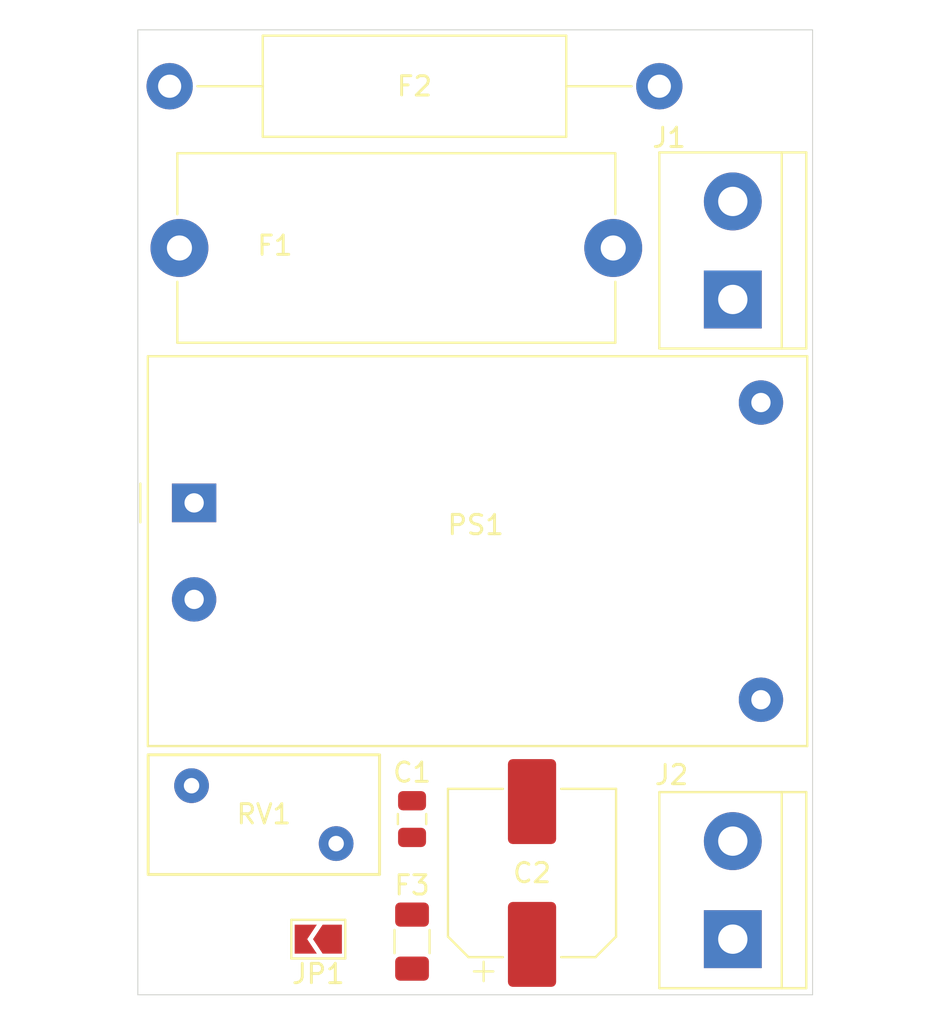
<source format=kicad_pcb>
(kicad_pcb (version 20171130) (host pcbnew 5.1.12-84ad8e8a86~92~ubuntu20.04.1)

  (general
    (thickness 1.6)
    (drawings 4)
    (tracks 0)
    (zones 0)
    (modules 12)
    (nets 8)
  )

  (page A4)
  (layers
    (0 F.Cu signal)
    (31 B.Cu signal)
    (32 B.Adhes user)
    (33 F.Adhes user)
    (34 B.Paste user)
    (35 F.Paste user)
    (36 B.SilkS user)
    (37 F.SilkS user)
    (38 B.Mask user)
    (39 F.Mask user)
    (40 Dwgs.User user)
    (41 Cmts.User user)
    (42 Eco1.User user)
    (43 Eco2.User user)
    (44 Edge.Cuts user)
    (45 Margin user)
    (46 B.CrtYd user)
    (47 F.CrtYd user)
    (48 B.Fab user)
    (49 F.Fab user)
  )

  (setup
    (last_trace_width 0.25)
    (trace_clearance 0.2)
    (zone_clearance 0.508)
    (zone_45_only no)
    (trace_min 0.2)
    (via_size 0.8)
    (via_drill 0.4)
    (via_min_size 0.4)
    (via_min_drill 0.3)
    (uvia_size 0.3)
    (uvia_drill 0.1)
    (uvias_allowed no)
    (uvia_min_size 0.2)
    (uvia_min_drill 0.1)
    (edge_width 0.05)
    (segment_width 0.2)
    (pcb_text_width 0.3)
    (pcb_text_size 1.5 1.5)
    (mod_edge_width 0.12)
    (mod_text_size 1 1)
    (mod_text_width 0.15)
    (pad_size 1.524 1.524)
    (pad_drill 0.762)
    (pad_to_mask_clearance 0)
    (aux_axis_origin 0 0)
    (visible_elements FFFFFF7F)
    (pcbplotparams
      (layerselection 0x010fc_ffffffff)
      (usegerberextensions false)
      (usegerberattributes true)
      (usegerberadvancedattributes true)
      (creategerberjobfile true)
      (excludeedgelayer true)
      (linewidth 0.100000)
      (plotframeref false)
      (viasonmask false)
      (mode 1)
      (useauxorigin false)
      (hpglpennumber 1)
      (hpglpenspeed 20)
      (hpglpendiameter 15.000000)
      (psnegative false)
      (psa4output false)
      (plotreference true)
      (plotvalue true)
      (plotinvisibletext false)
      (padsonsilk false)
      (subtractmaskfromsilk false)
      (outputformat 1)
      (mirror false)
      (drillshape 1)
      (scaleselection 1)
      (outputdirectory ""))
  )

  (net 0 "")
  (net 1 "Net-(C1-Pad2)")
  (net 2 "Net-(C1-Pad1)")
  (net 3 "Net-(F1-Pad2)")
  (net 4 "Net-(F1-Pad1)")
  (net 5 "Net-(J1-Pad1)")
  (net 6 "Net-(F2-Pad1)")
  (net 7 "Net-(F3-Pad2)")

  (net_class Default "This is the default net class."
    (clearance 0.2)
    (trace_width 0.25)
    (via_dia 0.8)
    (via_drill 0.4)
    (uvia_dia 0.3)
    (uvia_drill 0.1)
    (add_net "Net-(C1-Pad1)")
    (add_net "Net-(C1-Pad2)")
    (add_net "Net-(F1-Pad1)")
    (add_net "Net-(F1-Pad2)")
    (add_net "Net-(F2-Pad1)")
    (add_net "Net-(F3-Pad2)")
    (add_net "Net-(J1-Pad1)")
  )

  (module Jumper:SolderJumper-2_P1.3mm_Open_TrianglePad1.0x1.5mm (layer F.Cu) (tedit 5A64794F) (tstamp 61D84140)
    (at 85.688 97.79 180)
    (descr "SMD Solder Jumper, 1x1.5mm Triangular Pads, 0.3mm gap, open")
    (tags "solder jumper open")
    (path /61DC0416)
    (attr virtual)
    (fp_text reference JP1 (at 0 -1.8) (layer F.SilkS)
      (effects (font (size 1 1) (thickness 0.15)))
    )
    (fp_text value "Fuse Bypass" (at 0 1.9) (layer F.Fab)
      (effects (font (size 1 1) (thickness 0.15)))
    )
    (fp_line (start 1.65 1.25) (end -1.65 1.25) (layer F.CrtYd) (width 0.05))
    (fp_line (start 1.65 1.25) (end 1.65 -1.25) (layer F.CrtYd) (width 0.05))
    (fp_line (start -1.65 -1.25) (end -1.65 1.25) (layer F.CrtYd) (width 0.05))
    (fp_line (start -1.65 -1.25) (end 1.65 -1.25) (layer F.CrtYd) (width 0.05))
    (fp_line (start -1.4 -1) (end 1.4 -1) (layer F.SilkS) (width 0.12))
    (fp_line (start 1.4 -1) (end 1.4 1) (layer F.SilkS) (width 0.12))
    (fp_line (start 1.4 1) (end -1.4 1) (layer F.SilkS) (width 0.12))
    (fp_line (start -1.4 1) (end -1.4 -1) (layer F.SilkS) (width 0.12))
    (pad 1 smd custom (at -0.725 0 180) (size 0.3 0.3) (layers F.Cu F.Mask)
      (net 7 "Net-(F3-Pad2)") (zone_connect 2)
      (options (clearance outline) (anchor rect))
      (primitives
        (gr_poly (pts
           (xy -0.5 -0.75) (xy 0.5 -0.75) (xy 1 0) (xy 0.5 0.75) (xy -0.5 0.75)
) (width 0))
      ))
    (pad 2 smd custom (at 0.725 0 180) (size 0.3 0.3) (layers F.Cu F.Mask)
      (net 2 "Net-(C1-Pad1)") (zone_connect 2)
      (options (clearance outline) (anchor rect))
      (primitives
        (gr_poly (pts
           (xy -0.65 -0.75) (xy 0.5 -0.75) (xy 0.5 0.75) (xy -0.65 0.75) (xy -0.15 0)
) (width 0))
      ))
  )

  (module Fuse:Fuse_1206_3216Metric (layer F.Cu) (tedit 5F68FEF1) (tstamp 61D83D0F)
    (at 90.551 97.917 270)
    (descr "Fuse SMD 1206 (3216 Metric), square (rectangular) end terminal, IPC_7351 nominal, (Body size source: http://www.tortai-tech.com/upload/download/2011102023233369053.pdf), generated with kicad-footprint-generator")
    (tags fuse)
    (path /61DAED06)
    (attr smd)
    (fp_text reference F3 (at -2.921 0 180) (layer F.SilkS)
      (effects (font (size 1 1) (thickness 0.15)))
    )
    (fp_text value Fuse (at 0 1.82 90) (layer F.Fab)
      (effects (font (size 1 1) (thickness 0.15)))
    )
    (fp_line (start 2.28 1.12) (end -2.28 1.12) (layer F.CrtYd) (width 0.05))
    (fp_line (start 2.28 -1.12) (end 2.28 1.12) (layer F.CrtYd) (width 0.05))
    (fp_line (start -2.28 -1.12) (end 2.28 -1.12) (layer F.CrtYd) (width 0.05))
    (fp_line (start -2.28 1.12) (end -2.28 -1.12) (layer F.CrtYd) (width 0.05))
    (fp_line (start -0.602064 0.91) (end 0.602064 0.91) (layer F.SilkS) (width 0.12))
    (fp_line (start -0.602064 -0.91) (end 0.602064 -0.91) (layer F.SilkS) (width 0.12))
    (fp_line (start 1.6 0.8) (end -1.6 0.8) (layer F.Fab) (width 0.1))
    (fp_line (start 1.6 -0.8) (end 1.6 0.8) (layer F.Fab) (width 0.1))
    (fp_line (start -1.6 -0.8) (end 1.6 -0.8) (layer F.Fab) (width 0.1))
    (fp_line (start -1.6 0.8) (end -1.6 -0.8) (layer F.Fab) (width 0.1))
    (fp_text user %R (at 0 0 90) (layer F.Fab)
      (effects (font (size 0.8 0.8) (thickness 0.12)))
    )
    (pad 2 smd roundrect (at 1.4 0 270) (size 1.25 1.75) (layers F.Cu F.Paste F.Mask) (roundrect_rratio 0.2)
      (net 7 "Net-(F3-Pad2)"))
    (pad 1 smd roundrect (at -1.4 0 270) (size 1.25 1.75) (layers F.Cu F.Paste F.Mask) (roundrect_rratio 0.2)
      (net 2 "Net-(C1-Pad1)"))
    (model ${KISYS3DMOD}/Fuse.3dshapes/Fuse_1206_3216Metric.wrl
      (at (xyz 0 0 0))
      (scale (xyz 1 1 1))
      (rotate (xyz 0 0 0))
    )
  )

  (module MountingHole:MountingHole_2.7mm_M2.5 locked (layer F.Cu) (tedit 56D1B4CB) (tstamp 61D8314A)
    (at 79.375 97.663)
    (descr "Mounting Hole 2.7mm, no annular, M2.5")
    (tags "mounting hole 2.7mm no annular m2.5")
    (attr virtual)
    (fp_text reference REF** (at 0 -3.7) (layer F.SilkS) hide
      (effects (font (size 1 1) (thickness 0.15)))
    )
    (fp_text value MountingHole_2.7mm_M2.5 (at 0 3.7) (layer F.Fab)
      (effects (font (size 1 1) (thickness 0.15)))
    )
    (fp_circle (center 0 0) (end 2.95 0) (layer F.CrtYd) (width 0.05))
    (fp_circle (center 0 0) (end 2.7 0) (layer Cmts.User) (width 0.15))
    (fp_text user %R (at 0.3 0) (layer F.Fab)
      (effects (font (size 1 1) (thickness 0.15)))
    )
    (pad 1 np_thru_hole circle (at 0 0) (size 2.7 2.7) (drill 2.7) (layers *.Cu *.Mask))
  )

  (module MountingHole:MountingHole_2.7mm_M2.5 locked (layer F.Cu) (tedit 56D1B4CB) (tstamp 61D82E18)
    (at 108.331 53.721)
    (descr "Mounting Hole 2.7mm, no annular, M2.5")
    (tags "mounting hole 2.7mm no annular m2.5")
    (attr virtual)
    (fp_text reference REF** (at 0 -3.7) (layer F.SilkS) hide
      (effects (font (size 1 1) (thickness 0.15)))
    )
    (fp_text value MountingHole_2.7mm_M2.5 (at 0 3.7) (layer F.Fab)
      (effects (font (size 1 1) (thickness 0.15)))
    )
    (fp_circle (center 0 0) (end 2.95 0) (layer F.CrtYd) (width 0.05))
    (fp_circle (center 0 0) (end 2.7 0) (layer Cmts.User) (width 0.15))
    (fp_text user %R (at 0.3 0) (layer F.Fab)
      (effects (font (size 1 1) (thickness 0.15)))
    )
    (pad 1 np_thru_hole circle (at 0 0) (size 2.7 2.7) (drill 2.7) (layers *.Cu *.Mask))
  )

  (module Resistor_THT:R_Axial_DIN0516_L15.5mm_D5.0mm_P25.40mm_Horizontal (layer F.Cu) (tedit 5AE5139B) (tstamp 61D82E71)
    (at 103.378 53.594 180)
    (descr "Resistor, Axial_DIN0516 series, Axial, Horizontal, pin pitch=25.4mm, 2W, length*diameter=15.5*5mm^2, http://cdn-reichelt.de/documents/datenblatt/B400/1_4W%23YAG.pdf")
    (tags "Resistor Axial_DIN0516 series Axial Horizontal pin pitch 25.4mm 2W length 15.5mm diameter 5mm")
    (path /61D98CF7)
    (fp_text reference F2 (at 12.7 0) (layer F.SilkS)
      (effects (font (size 1 1) (thickness 0.15)))
    )
    (fp_text value "Thermal fuse 77°C" (at 12.7 3.62) (layer F.Fab)
      (effects (font (size 1 1) (thickness 0.15)))
    )
    (fp_line (start 26.85 -2.75) (end -1.45 -2.75) (layer F.CrtYd) (width 0.05))
    (fp_line (start 26.85 2.75) (end 26.85 -2.75) (layer F.CrtYd) (width 0.05))
    (fp_line (start -1.45 2.75) (end 26.85 2.75) (layer F.CrtYd) (width 0.05))
    (fp_line (start -1.45 -2.75) (end -1.45 2.75) (layer F.CrtYd) (width 0.05))
    (fp_line (start 23.96 0) (end 20.57 0) (layer F.SilkS) (width 0.12))
    (fp_line (start 1.44 0) (end 4.83 0) (layer F.SilkS) (width 0.12))
    (fp_line (start 20.57 -2.62) (end 4.83 -2.62) (layer F.SilkS) (width 0.12))
    (fp_line (start 20.57 2.62) (end 20.57 -2.62) (layer F.SilkS) (width 0.12))
    (fp_line (start 4.83 2.62) (end 20.57 2.62) (layer F.SilkS) (width 0.12))
    (fp_line (start 4.83 -2.62) (end 4.83 2.62) (layer F.SilkS) (width 0.12))
    (fp_line (start 25.4 0) (end 20.45 0) (layer F.Fab) (width 0.1))
    (fp_line (start 0 0) (end 4.95 0) (layer F.Fab) (width 0.1))
    (fp_line (start 20.45 -2.5) (end 4.95 -2.5) (layer F.Fab) (width 0.1))
    (fp_line (start 20.45 2.5) (end 20.45 -2.5) (layer F.Fab) (width 0.1))
    (fp_line (start 4.95 2.5) (end 20.45 2.5) (layer F.Fab) (width 0.1))
    (fp_line (start 4.95 -2.5) (end 4.95 2.5) (layer F.Fab) (width 0.1))
    (fp_text user %R (at 12.7 0) (layer F.Fab)
      (effects (font (size 1 1) (thickness 0.15)))
    )
    (pad 2 thru_hole oval (at 25.4 0 180) (size 2.4 2.4) (drill 1.2) (layers *.Cu *.Mask)
      (net 4 "Net-(F1-Pad1)"))
    (pad 1 thru_hole circle (at 0 0 180) (size 2.4 2.4) (drill 1.2) (layers *.Cu *.Mask)
      (net 6 "Net-(F2-Pad1)"))
    (model ${KISYS3DMOD}/Resistor_THT.3dshapes/R_Axial_DIN0516_L15.5mm_D5.0mm_P25.40mm_Horizontal.wrl
      (at (xyz 0 0 0))
      (scale (xyz 1 1 1))
      (rotate (xyz 0 0 0))
    )
  )

  (module Varistor:RV_Disc_D12mm_W6.2mm_P7.5mm (layer F.Cu) (tedit 5A0F68DF) (tstamp 61D800EF)
    (at 86.614 92.837 180)
    (descr "Varistor, diameter 12mm, width 6.2mm, pitch 7.5mm")
    (tags "varistor SIOV")
    (path /61D7A7F2)
    (fp_text reference RV1 (at 3.75 1.524) (layer F.SilkS)
      (effects (font (size 1 1) (thickness 0.15)))
    )
    (fp_text value 10D511K (at 3.75 -2.6) (layer F.Fab)
      (effects (font (size 1 1) (thickness 0.15)))
    )
    (fp_line (start -2.5 4.85) (end 10 4.85) (layer F.CrtYd) (width 0.05))
    (fp_line (start -2.5 -1.85) (end 10 -1.85) (layer F.CrtYd) (width 0.05))
    (fp_line (start 10 -1.85) (end 10 4.85) (layer F.CrtYd) (width 0.05))
    (fp_line (start -2.5 -1.85) (end -2.5 4.85) (layer F.CrtYd) (width 0.05))
    (fp_line (start -2.25 4.6) (end 9.75 4.6) (layer F.SilkS) (width 0.15))
    (fp_line (start -2.25 -1.6) (end 9.75 -1.6) (layer F.SilkS) (width 0.15))
    (fp_line (start 9.75 -1.6) (end 9.75 4.6) (layer F.SilkS) (width 0.15))
    (fp_line (start -2.25 -1.6) (end -2.25 4.6) (layer F.SilkS) (width 0.15))
    (fp_line (start -2.25 4.6) (end 9.75 4.6) (layer F.Fab) (width 0.1))
    (fp_line (start -2.25 -1.6) (end 9.75 -1.6) (layer F.Fab) (width 0.1))
    (fp_line (start 9.75 -1.6) (end 9.75 4.6) (layer F.Fab) (width 0.1))
    (fp_line (start -2.25 -1.6) (end -2.25 4.6) (layer F.Fab) (width 0.1))
    (fp_text user %R (at 3.75 1.5) (layer F.Fab)
      (effects (font (size 1 1) (thickness 0.15)))
    )
    (pad 2 thru_hole circle (at 7.5 3 180) (size 1.8 1.8) (drill 0.8) (layers *.Cu *.Mask)
      (net 5 "Net-(J1-Pad1)"))
    (pad 1 thru_hole circle (at 0 0 180) (size 1.8 1.8) (drill 0.8) (layers *.Cu *.Mask)
      (net 6 "Net-(F2-Pad1)"))
    (model ${KISYS3DMOD}/Varistor.3dshapes/RV_Disc_D12mm_W6.2mm_P7.5mm.wrl
      (at (xyz 0 0 0))
      (scale (xyz 1 1 1))
      (rotate (xyz 0 0 0))
    )
  )

  (module Converter_ACDC:Converter_ACDC_HiLink_HLK-PMxx (layer F.Cu) (tedit 5C1AC1CD) (tstamp 61D7A282)
    (at 79.248 75.184)
    (descr "ACDC-Converter, 3W, HiLink, HLK-PMxx, THT, http://www.hlktech.net/product_detail.php?ProId=54")
    (tags "ACDC-Converter 3W THT HiLink board mount module")
    (path /61D7890C)
    (fp_text reference PS1 (at 14.605 1.143 180) (layer F.SilkS)
      (effects (font (size 1 1) (thickness 0.15)))
    )
    (fp_text value HLK-PM03 (at 15.79 13.85) (layer F.Fab)
      (effects (font (size 1 1) (thickness 0.15)))
    )
    (fp_line (start -2.3 12.5) (end 31.7 12.5) (layer F.Fab) (width 0.1))
    (fp_line (start 31.7 12.5) (end 31.7 -7.5) (layer F.Fab) (width 0.1))
    (fp_line (start -2.3 12.5) (end -2.3 0.99) (layer F.Fab) (width 0.1))
    (fp_line (start -2.3 -7.5) (end 31.7 -7.5) (layer F.Fab) (width 0.1))
    (fp_line (start -1.29 0) (end -2.29 1) (layer F.Fab) (width 0.1))
    (fp_line (start -2.29 -1) (end -1.29 0) (layer F.Fab) (width 0.1))
    (fp_line (start -2.3 -1) (end -2.3 -7.5) (layer F.Fab) (width 0.1))
    (fp_line (start -2.55 12.75) (end 31.95 12.75) (layer F.CrtYd) (width 0.05))
    (fp_line (start 31.95 12.75) (end 31.95 -7.75) (layer F.CrtYd) (width 0.05))
    (fp_line (start 31.95 -7.75) (end -2.55 -7.75) (layer F.CrtYd) (width 0.05))
    (fp_line (start -2.55 -7.75) (end -2.55 12.75) (layer F.CrtYd) (width 0.05))
    (fp_line (start -2.4 -7.6) (end -2.4 12.6) (layer F.SilkS) (width 0.12))
    (fp_line (start -2.4 12.6) (end 31.8 12.6) (layer F.SilkS) (width 0.12))
    (fp_line (start 31.8 12.6) (end 31.8 -7.6) (layer F.SilkS) (width 0.12))
    (fp_line (start 31.8 -7.6) (end -2.4 -7.6) (layer F.SilkS) (width 0.12))
    (fp_line (start -2.79 -1) (end -2.79 1.01) (layer F.SilkS) (width 0.12))
    (fp_text user %R (at 14.68 1.17) (layer F.Fab)
      (effects (font (size 1 1) (thickness 0.15)))
    )
    (pad 4 thru_hole circle (at 29.4 10.2) (size 2.3 2.3) (drill 1) (layers *.Cu *.Mask)
      (net 7 "Net-(F3-Pad2)"))
    (pad 2 thru_hole circle (at 0 5) (size 2.3 2.3) (drill 1) (layers *.Cu *.Mask)
      (net 5 "Net-(J1-Pad1)"))
    (pad 1 thru_hole rect (at 0 0) (size 2.3 2) (drill 1) (layers *.Cu *.Mask)
      (net 6 "Net-(F2-Pad1)"))
    (pad 3 thru_hole circle (at 29.4 -5.2) (size 2.3 2.3) (drill 1) (layers *.Cu *.Mask)
      (net 1 "Net-(C1-Pad2)"))
    (model ${KISYS3DMOD}/Converter_ACDC.3dshapes/Converter_ACDC_HiLink_HLK-PMxx.wrl
      (at (xyz 0 0 0))
      (scale (xyz 1 1 1))
      (rotate (xyz 0 0 0))
    )
  )

  (module TerminalBlock:TerminalBlock_bornier-2_P5.08mm (layer F.Cu) (tedit 59FF03AB) (tstamp 61D7A269)
    (at 107.188 97.79 90)
    (descr "simple 2-pin terminal block, pitch 5.08mm, revamped version of bornier2")
    (tags "terminal block bornier2")
    (path /61D7D6E4)
    (fp_text reference J2 (at 8.509 -3.175 180) (layer F.SilkS)
      (effects (font (size 1 1) (thickness 0.15)))
    )
    (fp_text value DC-Out (at 2.54 5.08 90) (layer F.Fab)
      (effects (font (size 1 1) (thickness 0.15)))
    )
    (fp_line (start -2.41 2.55) (end 7.49 2.55) (layer F.Fab) (width 0.1))
    (fp_line (start -2.46 -3.75) (end -2.46 3.75) (layer F.Fab) (width 0.1))
    (fp_line (start -2.46 3.75) (end 7.54 3.75) (layer F.Fab) (width 0.1))
    (fp_line (start 7.54 3.75) (end 7.54 -3.75) (layer F.Fab) (width 0.1))
    (fp_line (start 7.54 -3.75) (end -2.46 -3.75) (layer F.Fab) (width 0.1))
    (fp_line (start 7.62 2.54) (end -2.54 2.54) (layer F.SilkS) (width 0.12))
    (fp_line (start 7.62 3.81) (end 7.62 -3.81) (layer F.SilkS) (width 0.12))
    (fp_line (start 7.62 -3.81) (end -2.54 -3.81) (layer F.SilkS) (width 0.12))
    (fp_line (start -2.54 -3.81) (end -2.54 3.81) (layer F.SilkS) (width 0.12))
    (fp_line (start -2.54 3.81) (end 7.62 3.81) (layer F.SilkS) (width 0.12))
    (fp_line (start -2.71 -4) (end 7.79 -4) (layer F.CrtYd) (width 0.05))
    (fp_line (start -2.71 -4) (end -2.71 4) (layer F.CrtYd) (width 0.05))
    (fp_line (start 7.79 4) (end 7.79 -4) (layer F.CrtYd) (width 0.05))
    (fp_line (start 7.79 4) (end -2.71 4) (layer F.CrtYd) (width 0.05))
    (fp_text user %R (at 2.54 0 90) (layer F.Fab)
      (effects (font (size 1 1) (thickness 0.15)))
    )
    (pad 2 thru_hole circle (at 5.08 0 90) (size 3 3) (drill 1.52) (layers *.Cu *.Mask)
      (net 1 "Net-(C1-Pad2)"))
    (pad 1 thru_hole rect (at 0 0 90) (size 3 3) (drill 1.52) (layers *.Cu *.Mask)
      (net 2 "Net-(C1-Pad1)"))
    (model ${KISYS3DMOD}/TerminalBlock.3dshapes/TerminalBlock_bornier-2_P5.08mm.wrl
      (offset (xyz 2.539999961853027 0 0))
      (scale (xyz 1 1 1))
      (rotate (xyz 0 0 0))
    )
  )

  (module TerminalBlock:TerminalBlock_bornier-2_P5.08mm (layer F.Cu) (tedit 59FF03AB) (tstamp 61D7A254)
    (at 107.188 64.643 90)
    (descr "simple 2-pin terminal block, pitch 5.08mm, revamped version of bornier2")
    (tags "terminal block bornier2")
    (path /61D77D19)
    (fp_text reference J1 (at 8.382 -3.302 180) (layer F.SilkS)
      (effects (font (size 1 1) (thickness 0.15)))
    )
    (fp_text value AC-In (at 2.54 5.08 90) (layer F.Fab)
      (effects (font (size 1 1) (thickness 0.15)))
    )
    (fp_line (start -2.41 2.55) (end 7.49 2.55) (layer F.Fab) (width 0.1))
    (fp_line (start -2.46 -3.75) (end -2.46 3.75) (layer F.Fab) (width 0.1))
    (fp_line (start -2.46 3.75) (end 7.54 3.75) (layer F.Fab) (width 0.1))
    (fp_line (start 7.54 3.75) (end 7.54 -3.75) (layer F.Fab) (width 0.1))
    (fp_line (start 7.54 -3.75) (end -2.46 -3.75) (layer F.Fab) (width 0.1))
    (fp_line (start 7.62 2.54) (end -2.54 2.54) (layer F.SilkS) (width 0.12))
    (fp_line (start 7.62 3.81) (end 7.62 -3.81) (layer F.SilkS) (width 0.12))
    (fp_line (start 7.62 -3.81) (end -2.54 -3.81) (layer F.SilkS) (width 0.12))
    (fp_line (start -2.54 -3.81) (end -2.54 3.81) (layer F.SilkS) (width 0.12))
    (fp_line (start -2.54 3.81) (end 7.62 3.81) (layer F.SilkS) (width 0.12))
    (fp_line (start -2.71 -4) (end 7.79 -4) (layer F.CrtYd) (width 0.05))
    (fp_line (start -2.71 -4) (end -2.71 4) (layer F.CrtYd) (width 0.05))
    (fp_line (start 7.79 4) (end 7.79 -4) (layer F.CrtYd) (width 0.05))
    (fp_line (start 7.79 4) (end -2.71 4) (layer F.CrtYd) (width 0.05))
    (fp_text user %R (at 2.54 0 90) (layer F.Fab)
      (effects (font (size 1 1) (thickness 0.15)))
    )
    (pad 2 thru_hole circle (at 5.08 0 90) (size 3 3) (drill 1.52) (layers *.Cu *.Mask)
      (net 3 "Net-(F1-Pad2)"))
    (pad 1 thru_hole rect (at 0 0 90) (size 3 3) (drill 1.52) (layers *.Cu *.Mask)
      (net 5 "Net-(J1-Pad1)"))
    (model ${KISYS3DMOD}/TerminalBlock.3dshapes/TerminalBlock_bornier-2_P5.08mm.wrl
      (offset (xyz 2.539999961853027 0 0))
      (scale (xyz 1 1 1))
      (rotate (xyz 0 0 0))
    )
  )

  (module Fuse:Fuseholder_Cylinder-5x20mm_Schurter_0031_8201_Horizontal_Open (layer F.Cu) (tedit 5D717D34) (tstamp 61D7A23F)
    (at 78.486 61.976)
    (descr "Fuseholder horizontal open, 5x20mm, 500V, 16A, Schurter 0031.8201, https://us.schurter.com/bundles/snceschurter/epim/_ProdPool_/newDS/en/typ_OGN.pdf")
    (tags "Fuseholder horizontal open 5x20 Schurter 0031.8201")
    (path /61D79E88)
    (fp_text reference F1 (at 4.953 -0.127) (layer F.SilkS)
      (effects (font (size 1 1) (thickness 0.15)))
    )
    (fp_text value "Fuse 1A - 250Vac" (at 11.25 6) (layer F.Fab)
      (effects (font (size 1 1) (thickness 0.15)))
    )
    (fp_line (start 0 -4.8) (end 0 4.8) (layer F.Fab) (width 0.1))
    (fp_line (start 0 4.8) (end 22.5 4.8) (layer F.Fab) (width 0.1))
    (fp_line (start 22.5 4.8) (end 22.5 -4.8) (layer F.Fab) (width 0.1))
    (fp_line (start 22.5 -4.8) (end 0 -4.8) (layer F.Fab) (width 0.1))
    (fp_line (start -1.75 5.05) (end -1.75 -5.05) (layer F.CrtYd) (width 0.05))
    (fp_line (start 22.61 4.91) (end 22.61 1.75) (layer F.SilkS) (width 0.12))
    (fp_line (start 22.61 -1.75) (end 22.61 -4.91) (layer F.SilkS) (width 0.12))
    (fp_line (start -0.11 -1.75) (end -0.11 -4.91) (layer F.SilkS) (width 0.12))
    (fp_line (start -0.11 -4.91) (end 22.61 -4.91) (layer F.SilkS) (width 0.12))
    (fp_line (start 24.25 5.05) (end -1.75 5.05) (layer F.CrtYd) (width 0.05))
    (fp_line (start -1.75 -5.05) (end 24.25 -5.05) (layer F.CrtYd) (width 0.05))
    (fp_line (start -0.11 4.91) (end 22.61 4.91) (layer F.SilkS) (width 0.12))
    (fp_line (start 24.25 -5.05) (end 24.25 5.05) (layer F.CrtYd) (width 0.05))
    (fp_line (start -0.11 4.91) (end -0.11 1.75) (layer F.SilkS) (width 0.12))
    (fp_text user %R (at 11.25 4) (layer F.Fab)
      (effects (font (size 1 1) (thickness 0.15)))
    )
    (pad "" np_thru_hole circle (at 11.25 0) (size 2.7 2.7) (drill 2.7) (layers *.Cu *.Mask))
    (pad 2 thru_hole circle (at 22.5 0) (size 3 3) (drill 1.3) (layers *.Cu *.Mask)
      (net 3 "Net-(F1-Pad2)"))
    (pad 1 thru_hole circle (at 0 0) (size 3 3) (drill 1.3) (layers *.Cu *.Mask)
      (net 4 "Net-(F1-Pad1)"))
    (model ${KISYS3DMOD}/Fuse.3dshapes/Fuseholder_Cylinder-5x20mm_Schurter_0031_8201_Horizontal_Open.wrl
      (at (xyz 0 0 0))
      (scale (xyz 1 1 1))
      (rotate (xyz 0 0 0))
    )
  )

  (module Capacitor_SMD:CP_Elec_8x10.5 (layer F.Cu) (tedit 5BCA39D0) (tstamp 61D7A229)
    (at 96.774 94.361 90)
    (descr "SMD capacitor, aluminum electrolytic, Vishay 0810, 8.0x10.5mm, http://www.vishay.com/docs/28395/150crz.pdf")
    (tags "capacitor electrolytic")
    (path /61D80BE3)
    (attr smd)
    (fp_text reference C2 (at 0 0 180) (layer F.SilkS)
      (effects (font (size 1 1) (thickness 0.15)))
    )
    (fp_text value 220uF (at 0 5.3 90) (layer F.Fab)
      (effects (font (size 1 1) (thickness 0.15)))
    )
    (fp_circle (center 0 0) (end 4 0) (layer F.Fab) (width 0.1))
    (fp_line (start 4.25 -4.25) (end 4.25 4.25) (layer F.Fab) (width 0.1))
    (fp_line (start -3.25 -4.25) (end 4.25 -4.25) (layer F.Fab) (width 0.1))
    (fp_line (start -3.25 4.25) (end 4.25 4.25) (layer F.Fab) (width 0.1))
    (fp_line (start -4.25 -3.25) (end -4.25 3.25) (layer F.Fab) (width 0.1))
    (fp_line (start -4.25 -3.25) (end -3.25 -4.25) (layer F.Fab) (width 0.1))
    (fp_line (start -4.25 3.25) (end -3.25 4.25) (layer F.Fab) (width 0.1))
    (fp_line (start -3.562278 -1.5) (end -2.762278 -1.5) (layer F.Fab) (width 0.1))
    (fp_line (start -3.162278 -1.9) (end -3.162278 -1.1) (layer F.Fab) (width 0.1))
    (fp_line (start 4.36 4.36) (end 4.36 1.51) (layer F.SilkS) (width 0.12))
    (fp_line (start 4.36 -4.36) (end 4.36 -1.51) (layer F.SilkS) (width 0.12))
    (fp_line (start -3.295563 -4.36) (end 4.36 -4.36) (layer F.SilkS) (width 0.12))
    (fp_line (start -3.295563 4.36) (end 4.36 4.36) (layer F.SilkS) (width 0.12))
    (fp_line (start -4.36 3.295563) (end -4.36 1.51) (layer F.SilkS) (width 0.12))
    (fp_line (start -4.36 -3.295563) (end -4.36 -1.51) (layer F.SilkS) (width 0.12))
    (fp_line (start -4.36 -3.295563) (end -3.295563 -4.36) (layer F.SilkS) (width 0.12))
    (fp_line (start -4.36 3.295563) (end -3.295563 4.36) (layer F.SilkS) (width 0.12))
    (fp_line (start -5.6 -2.51) (end -4.6 -2.51) (layer F.SilkS) (width 0.12))
    (fp_line (start -5.1 -3.01) (end -5.1 -2.01) (layer F.SilkS) (width 0.12))
    (fp_line (start 4.5 -4.5) (end 4.5 -1.5) (layer F.CrtYd) (width 0.05))
    (fp_line (start 4.5 -1.5) (end 6.15 -1.5) (layer F.CrtYd) (width 0.05))
    (fp_line (start 6.15 -1.5) (end 6.15 1.5) (layer F.CrtYd) (width 0.05))
    (fp_line (start 6.15 1.5) (end 4.5 1.5) (layer F.CrtYd) (width 0.05))
    (fp_line (start 4.5 1.5) (end 4.5 4.5) (layer F.CrtYd) (width 0.05))
    (fp_line (start -3.35 4.5) (end 4.5 4.5) (layer F.CrtYd) (width 0.05))
    (fp_line (start -3.35 -4.5) (end 4.5 -4.5) (layer F.CrtYd) (width 0.05))
    (fp_line (start -4.5 3.35) (end -3.35 4.5) (layer F.CrtYd) (width 0.05))
    (fp_line (start -4.5 -3.35) (end -3.35 -4.5) (layer F.CrtYd) (width 0.05))
    (fp_line (start -4.5 -3.35) (end -4.5 -1.5) (layer F.CrtYd) (width 0.05))
    (fp_line (start -4.5 1.5) (end -4.5 3.35) (layer F.CrtYd) (width 0.05))
    (fp_line (start -4.5 -1.5) (end -6.15 -1.5) (layer F.CrtYd) (width 0.05))
    (fp_line (start -6.15 -1.5) (end -6.15 1.5) (layer F.CrtYd) (width 0.05))
    (fp_line (start -6.15 1.5) (end -4.5 1.5) (layer F.CrtYd) (width 0.05))
    (fp_text user %R (at 0 0 90) (layer F.Fab)
      (effects (font (size 1 1) (thickness 0.15)))
    )
    (pad 2 smd roundrect (at 3.7 0 90) (size 4.4 2.5) (layers F.Cu F.Paste F.Mask) (roundrect_rratio 0.1)
      (net 1 "Net-(C1-Pad2)"))
    (pad 1 smd roundrect (at -3.7 0 90) (size 4.4 2.5) (layers F.Cu F.Paste F.Mask) (roundrect_rratio 0.1)
      (net 2 "Net-(C1-Pad1)"))
    (model ${KISYS3DMOD}/Capacitor_SMD.3dshapes/CP_Elec_8x10.5.wrl
      (at (xyz 0 0 0))
      (scale (xyz 1 1 1))
      (rotate (xyz 0 0 0))
    )
  )

  (module Capacitor_SMD:C_0805_2012Metric (layer F.Cu) (tedit 5F68FEEE) (tstamp 61D7A201)
    (at 90.551 91.567 90)
    (descr "Capacitor SMD 0805 (2012 Metric), square (rectangular) end terminal, IPC_7351 nominal, (Body size source: IPC-SM-782 page 76, https://www.pcb-3d.com/wordpress/wp-content/uploads/ipc-sm-782a_amendment_1_and_2.pdf, https://docs.google.com/spreadsheets/d/1BsfQQcO9C6DZCsRaXUlFlo91Tg2WpOkGARC1WS5S8t0/edit?usp=sharing), generated with kicad-footprint-generator")
    (tags capacitor)
    (path /61D7F1D3)
    (attr smd)
    (fp_text reference C1 (at 2.413 0 180) (layer F.SilkS)
      (effects (font (size 1 1) (thickness 0.15)))
    )
    (fp_text value 0.1uF (at 0 1.68 90) (layer F.Fab)
      (effects (font (size 1 1) (thickness 0.15)))
    )
    (fp_line (start -1 0.625) (end -1 -0.625) (layer F.Fab) (width 0.1))
    (fp_line (start -1 -0.625) (end 1 -0.625) (layer F.Fab) (width 0.1))
    (fp_line (start 1 -0.625) (end 1 0.625) (layer F.Fab) (width 0.1))
    (fp_line (start 1 0.625) (end -1 0.625) (layer F.Fab) (width 0.1))
    (fp_line (start -0.261252 -0.735) (end 0.261252 -0.735) (layer F.SilkS) (width 0.12))
    (fp_line (start -0.261252 0.735) (end 0.261252 0.735) (layer F.SilkS) (width 0.12))
    (fp_line (start -1.7 0.98) (end -1.7 -0.98) (layer F.CrtYd) (width 0.05))
    (fp_line (start -1.7 -0.98) (end 1.7 -0.98) (layer F.CrtYd) (width 0.05))
    (fp_line (start 1.7 -0.98) (end 1.7 0.98) (layer F.CrtYd) (width 0.05))
    (fp_line (start 1.7 0.98) (end -1.7 0.98) (layer F.CrtYd) (width 0.05))
    (fp_text user %R (at 0 0 90) (layer F.Fab)
      (effects (font (size 0.5 0.5) (thickness 0.08)))
    )
    (pad 2 smd roundrect (at 0.95 0 90) (size 1 1.45) (layers F.Cu F.Paste F.Mask) (roundrect_rratio 0.25)
      (net 1 "Net-(C1-Pad2)"))
    (pad 1 smd roundrect (at -0.95 0 90) (size 1 1.45) (layers F.Cu F.Paste F.Mask) (roundrect_rratio 0.25)
      (net 2 "Net-(C1-Pad1)"))
    (model ${KISYS3DMOD}/Capacitor_SMD.3dshapes/C_0805_2012Metric.wrl
      (at (xyz 0 0 0))
      (scale (xyz 1 1 1))
      (rotate (xyz 0 0 0))
    )
  )

  (gr_line (start 111.327 50.673) (end 111.327 100.673) (layer Edge.Cuts) (width 0.05) (tstamp 61D87B70))
  (gr_line (start 76.327 50.673) (end 111.327 50.673) (layer Edge.Cuts) (width 0.05) (tstamp 61D87B58))
  (gr_line (start 76.327 100.673) (end 111.327 100.673) (layer Edge.Cuts) (width 0.05))
  (gr_line (start 76.327 50.673) (end 76.327 100.673) (layer Edge.Cuts) (width 0.05))

)

</source>
